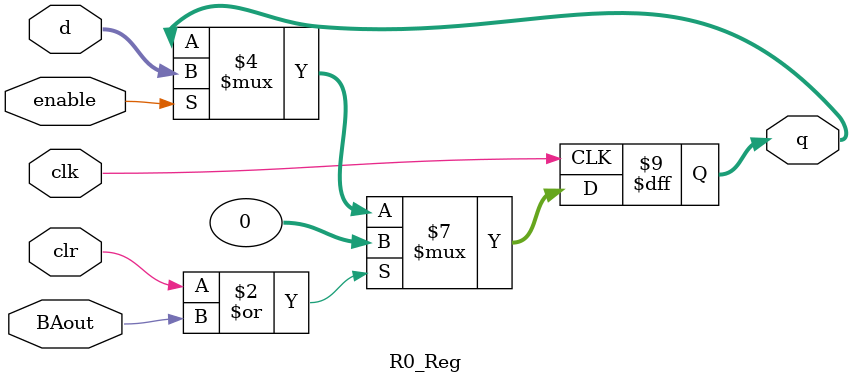
<source format=v>
module R0_Reg #(parameter VAL = 0
)(input clk, clr, enable, BAout, input [31:0] d, output reg [31:0] q);

initial q <= VAL;

always @ (posedge clk)
begin
	if (clr | BAout) begin
		q <= 32'b0;
	end else if (enable) begin
		q <= d;
	end
end

endmodule
</source>
